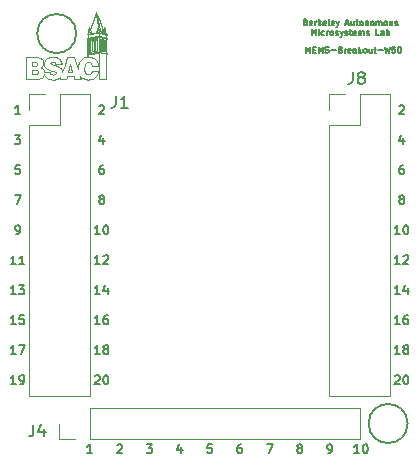
<source format=gbr>
%TF.GenerationSoftware,KiCad,Pcbnew,(6.0.7)*%
%TF.CreationDate,2022-11-10T23:08:22-08:00*%
%TF.ProjectId,memsbreakout_w50,6d656d73-6272-4656-916b-6f75745f7735,0*%
%TF.SameCoordinates,Original*%
%TF.FileFunction,Legend,Top*%
%TF.FilePolarity,Positive*%
%FSLAX46Y46*%
G04 Gerber Fmt 4.6, Leading zero omitted, Abs format (unit mm)*
G04 Created by KiCad (PCBNEW (6.0.7)) date 2022-11-10 23:08:22*
%MOMM*%
%LPD*%
G01*
G04 APERTURE LIST*
%ADD10C,0.150000*%
%ADD11C,0.100000*%
%ADD12C,0.127000*%
%ADD13C,0.120000*%
G04 APERTURE END LIST*
D10*
X169164000Y-117094000D02*
G75*
G03*
X169164000Y-117094000I-1651000J0D01*
G01*
X141097000Y-84074000D02*
G75*
G03*
X141097000Y-84074000I-1651000J0D01*
G01*
D11*
X143674814Y-84134039D02*
X143652922Y-84126580D01*
X142134866Y-83826236D02*
X142069909Y-84104012D01*
X142611113Y-87846167D02*
X142698537Y-87778916D01*
X137745134Y-87169879D02*
X137786957Y-87185329D01*
X142697692Y-86792377D02*
X142965121Y-86792377D01*
X143001735Y-85681025D02*
X143001735Y-86220420D01*
X142260768Y-87965788D02*
X142357250Y-87949616D01*
X142532082Y-82971437D02*
X142278102Y-83708427D01*
X142193536Y-84914818D02*
X142195021Y-85422163D01*
X138394170Y-86486149D02*
X138380617Y-86587715D01*
X137527079Y-87494727D02*
X137375532Y-87495762D01*
X139277343Y-86520305D02*
X139307735Y-86561887D01*
X142537300Y-84581952D02*
X142836164Y-84540172D01*
X143633049Y-87928689D02*
X143331025Y-87928689D01*
X141235725Y-87057428D02*
X141237645Y-87109793D01*
X142416259Y-86723544D02*
X142425578Y-86765871D01*
X143312895Y-85538049D02*
X143312895Y-85538025D01*
X142075716Y-85927566D02*
X142076316Y-85816481D01*
X141673998Y-86146748D02*
X141568849Y-86217959D01*
X141301201Y-86602733D02*
X141264570Y-86728072D01*
X139534948Y-86125297D02*
X139405185Y-86074142D01*
X143200896Y-85480285D02*
X143201718Y-85102634D01*
X139200083Y-87968067D02*
X139367389Y-87946145D01*
X143675532Y-84471467D02*
X143655230Y-84465151D01*
X142532368Y-87889824D02*
X142611113Y-87846167D01*
X142227304Y-83555941D02*
X142225415Y-83550566D01*
X142796579Y-82233207D02*
X142784733Y-82234437D01*
X138881828Y-87363407D02*
X138880521Y-87357068D01*
X143626366Y-84164670D02*
X143626366Y-84286879D01*
X138880521Y-87357068D02*
X138635444Y-87357068D01*
X142025104Y-84115572D02*
X142019778Y-84129291D01*
X142760124Y-86291104D02*
X142681869Y-86217020D01*
X139235562Y-86489853D02*
X139277343Y-86520305D01*
X143315186Y-83812119D02*
X143315186Y-83925059D01*
X138504601Y-87739081D02*
X138559382Y-87790774D01*
X142980179Y-86752972D02*
X142960256Y-86743479D01*
X138192192Y-87797068D02*
X138251037Y-87747801D01*
X138928456Y-86524643D02*
X138950168Y-86496824D01*
X142767187Y-84002580D02*
X142565400Y-84032152D01*
X143575633Y-84108508D02*
X143529063Y-84090840D01*
X138260656Y-87036445D02*
X138198442Y-86989131D01*
X141237645Y-87109793D02*
X141065533Y-86598728D01*
X143627964Y-85114077D02*
X143626159Y-85722667D01*
X142268587Y-84724859D02*
X142266517Y-85163943D01*
X142046388Y-86039830D02*
X142037169Y-86040390D01*
X142896590Y-87501781D02*
X142938383Y-87378342D01*
X137653948Y-86516981D02*
X137710718Y-86526262D01*
X139326391Y-86619509D02*
X139593506Y-86619509D01*
X142473912Y-85561747D02*
X142479570Y-85567405D01*
X142259171Y-84076011D02*
X142186741Y-84087598D01*
X138410344Y-86818290D02*
X138457754Y-86914231D01*
X142447765Y-87924301D02*
X142532368Y-87889824D01*
X142269432Y-85596066D02*
X142277903Y-85604564D01*
X142490364Y-86106812D02*
X142377469Y-86071081D01*
X143626366Y-84286879D02*
X143626361Y-84286878D01*
X142226268Y-85618042D02*
X142228426Y-85561481D01*
X139036204Y-86693876D02*
X138986391Y-86668112D01*
X143166703Y-84642524D02*
X143146228Y-84639072D01*
X141999668Y-84427514D02*
X141992263Y-84435683D01*
X138157101Y-86199607D02*
X138098279Y-86166161D01*
X138123447Y-87836506D02*
X138192192Y-87797068D01*
X142325307Y-86562335D02*
X142380178Y-86632391D01*
X143472982Y-85562804D02*
X143516175Y-85570504D01*
X143297264Y-84675421D02*
X143280044Y-84687546D01*
X142842981Y-87606272D02*
X142896590Y-87501781D01*
X142061408Y-84146529D02*
X142060813Y-84281856D01*
X141800688Y-86938737D02*
X141816369Y-86810063D01*
X142960256Y-86743479D02*
X142952354Y-86709366D01*
X137799713Y-86696128D02*
X137782551Y-86740716D01*
X142322109Y-87454339D02*
X142280747Y-87486808D01*
X142848460Y-85082631D02*
X142848460Y-84659169D01*
X139292020Y-87518555D02*
X139231851Y-87538726D01*
X137867561Y-87909070D02*
X137962525Y-87891940D01*
X138414653Y-87617144D02*
X138455805Y-87680455D01*
X137661465Y-86816268D02*
X137507613Y-86819993D01*
X142145755Y-84435633D02*
X142596071Y-84367649D01*
X143659936Y-87425643D02*
X143657436Y-86333293D01*
X137842951Y-87415660D02*
X137811329Y-87450494D01*
X143201718Y-85102634D02*
X143201103Y-84696048D01*
X143195779Y-84680345D02*
X143183612Y-84657449D01*
X138104537Y-86948163D02*
X138127823Y-86930876D01*
X139703672Y-87921774D02*
X139979582Y-87921774D01*
X142214070Y-83548912D02*
X142199891Y-83548662D01*
X143002518Y-84073999D02*
X143004043Y-84207326D01*
X138234460Y-86824025D02*
X138289864Y-86728822D01*
X143344231Y-84006904D02*
X143343096Y-83924504D01*
X143266520Y-84707572D02*
X143259887Y-84721402D01*
X142430263Y-86792377D02*
X142697692Y-86792377D01*
X143626361Y-84286878D02*
X143623481Y-84408836D01*
X143724475Y-84444813D02*
X143722539Y-84433705D01*
X143621180Y-84162435D02*
X143626366Y-84164670D01*
X138928604Y-86608668D02*
X138920942Y-86566515D01*
X139299789Y-87309298D02*
X139331071Y-87332682D01*
X137863968Y-87315820D02*
X137860781Y-87370128D01*
X139307735Y-86561887D02*
X139322317Y-86601646D01*
X137485591Y-87154252D02*
X137689008Y-87160378D01*
X143704782Y-84158771D02*
X143698732Y-84145120D01*
X139249167Y-86043905D02*
X139122806Y-86039596D01*
X143472979Y-85562805D02*
X143472982Y-85562804D01*
X143329812Y-84343723D02*
X143039024Y-84278860D01*
X143673159Y-85772928D02*
X143694266Y-85771633D01*
X143703162Y-85744089D02*
X143693321Y-85733998D01*
X143498422Y-84087747D02*
X143428698Y-84069257D01*
X142837094Y-83991901D02*
X142862556Y-83903739D01*
X142182634Y-87520081D02*
X142121405Y-87522406D01*
X143259887Y-84721402D02*
X143259886Y-85121521D01*
X138950168Y-86496824D02*
X138984350Y-86477315D01*
X143626159Y-85722667D02*
X143357835Y-85682474D01*
X139361373Y-87451962D02*
X139346721Y-87477698D01*
X143092781Y-83730293D02*
X143017488Y-83462924D01*
X139729545Y-86955235D02*
X139613697Y-86882585D01*
X143623460Y-84120781D02*
X143575633Y-84108508D01*
X143525811Y-85569355D02*
X143530405Y-85533858D01*
X142683479Y-84676221D02*
X142681844Y-85108847D01*
X141461127Y-87777445D02*
X141414705Y-87636488D01*
X141992263Y-84435683D02*
X141992531Y-84446901D01*
X143652922Y-84126580D02*
X143652222Y-84111727D01*
X142843537Y-82413724D02*
X143344402Y-83807204D01*
X143479007Y-84712280D02*
X143456788Y-84716160D01*
X138289864Y-86728822D02*
X138321986Y-86625263D01*
X143004043Y-84274487D02*
X142902051Y-84289875D01*
X139848976Y-87092163D02*
X139816413Y-87042796D01*
X138219325Y-86250367D02*
X138157101Y-86199607D01*
X142037169Y-86040390D02*
X141908989Y-86057649D01*
X142380178Y-86632391D02*
X142416259Y-86723544D01*
X142294130Y-85744708D02*
X142088609Y-85774946D01*
X142377469Y-86071081D02*
X142243307Y-86047302D01*
X142725727Y-84606233D02*
X142705492Y-84621754D01*
X143067171Y-85638644D02*
X143041569Y-85634794D01*
X139513670Y-87904914D02*
X139638453Y-87844553D01*
X140881986Y-87680911D02*
X140913784Y-87796156D01*
X143280044Y-84687546D02*
X143266520Y-84707572D01*
X142199801Y-85624610D02*
X142210344Y-85630528D01*
X142210344Y-85630528D02*
X142221761Y-85628920D01*
X143516175Y-85570504D02*
X143525811Y-85569355D01*
X143029792Y-86802769D02*
X143033697Y-85675654D01*
X142425163Y-84696904D02*
X142398706Y-84667486D01*
X142487264Y-85573062D02*
X142625518Y-85553366D01*
X142681869Y-86217020D02*
X142591889Y-86155524D01*
X142693953Y-85533898D02*
X142704405Y-85534723D01*
X143380894Y-84097771D02*
X143621180Y-84162435D01*
X138890211Y-87392253D02*
X138881828Y-87363407D01*
X139122806Y-86039596D02*
X138994701Y-86043882D01*
X142999463Y-83799270D02*
X143001123Y-83967887D01*
X142693950Y-85533897D02*
X142693953Y-85533898D01*
X143365708Y-85543654D02*
X143370628Y-85539619D01*
X143037463Y-84006465D02*
X143091629Y-84020902D01*
X142387921Y-84032812D02*
X142337009Y-83883884D01*
X140913784Y-87796156D02*
X140946886Y-87916587D01*
X142278102Y-83708427D02*
X142227304Y-83555941D01*
X142826477Y-86377577D02*
X142760124Y-86291104D01*
X143036754Y-84115004D02*
X143037463Y-84006465D01*
X142088998Y-84276559D02*
X142089908Y-84141722D01*
X142774668Y-85524563D02*
X142843815Y-85510738D01*
X143722539Y-84433705D02*
X143687499Y-84421217D01*
X142235554Y-84622740D02*
X142537300Y-84581952D01*
X142939888Y-83663929D02*
X142990282Y-83515263D01*
X142995396Y-85682305D02*
X143001735Y-85681025D01*
X142073259Y-87970122D02*
X142260768Y-87965788D01*
X139843522Y-86529114D02*
X139819837Y-86449700D01*
X143601120Y-84618895D02*
X143104891Y-84518749D01*
X143703932Y-85760569D02*
X143703162Y-85744089D01*
X142326028Y-84654222D02*
X142299073Y-84667056D01*
X141829223Y-87290831D02*
X141804212Y-87160007D01*
X143717869Y-84453136D02*
X143724475Y-84444813D01*
X137514358Y-86514132D02*
X137653948Y-86516981D01*
X142196421Y-84598544D02*
X142193536Y-84914818D01*
X139593506Y-86619509D02*
X139860622Y-86619509D01*
X143624793Y-84457424D02*
X143564132Y-84445791D01*
X142687023Y-85528476D02*
X142693950Y-85533897D01*
X138824627Y-87161297D02*
X139032732Y-87219910D01*
X139323816Y-87499626D02*
X139292020Y-87518555D01*
X143625948Y-84447028D02*
X143624793Y-84457424D01*
X143001735Y-84327410D02*
X142552855Y-84392766D01*
X142995028Y-84009088D02*
X143000993Y-84007833D01*
X142359414Y-84653186D02*
X142326028Y-84654222D01*
X143090784Y-84678479D02*
X143085859Y-84689133D01*
X138920942Y-86566515D02*
X138928456Y-86524643D01*
X143484552Y-83646591D02*
X143485742Y-83655578D01*
X138598782Y-87055075D02*
X138688149Y-87105803D01*
X139405185Y-86074142D02*
X139249167Y-86043905D01*
X143000002Y-86760788D02*
X142980179Y-86752972D01*
X141568849Y-86217959D02*
X141487834Y-86294429D01*
X138648439Y-87854074D02*
X138746870Y-87903666D01*
X143607218Y-85108280D02*
X143607118Y-84627473D01*
X142982941Y-83447194D02*
X142894666Y-83720789D01*
X143369998Y-85129346D02*
X143364757Y-84707878D01*
X142997700Y-84306747D02*
X143001735Y-84316605D01*
X142069909Y-84104012D02*
X142049688Y-84107612D01*
X139267830Y-86764702D02*
X139101877Y-86718214D01*
X139776603Y-86997153D02*
X139729545Y-86955235D01*
X140605274Y-87297142D02*
X140427836Y-87294262D01*
X137689008Y-87160378D02*
X137745134Y-87169879D01*
X143041495Y-84316956D02*
X143334793Y-84377641D01*
X141940385Y-86552421D02*
X141990061Y-86517340D01*
X142277902Y-85604565D02*
X142289381Y-85606240D01*
X137375488Y-86512907D02*
X137514358Y-86514132D01*
X143311151Y-84037726D02*
X143169601Y-83999234D01*
X136810806Y-87921772D02*
X137267792Y-87921772D01*
X142521305Y-84634795D02*
X142501791Y-84647200D01*
X136810806Y-86086902D02*
X136810806Y-87004337D01*
X143001735Y-86220420D02*
X143001732Y-86220408D01*
X143431366Y-85553190D02*
X143472979Y-85562805D01*
X143039859Y-85004499D02*
X143038954Y-84373424D01*
X142199891Y-83548662D02*
X142134866Y-83826236D01*
X143331487Y-87956348D02*
X143661186Y-87956348D01*
X143659820Y-84444625D02*
X143717869Y-84453136D01*
X138318691Y-87663434D02*
X138363115Y-87563360D01*
X143694266Y-85771633D02*
X143703932Y-85760569D01*
X142990282Y-83515263D02*
X142999463Y-83799270D01*
X142894666Y-83720789D02*
X142804937Y-83995839D01*
X141414705Y-87636488D02*
X141425320Y-87649156D01*
X143039024Y-84278860D02*
X143037534Y-84251201D01*
X137793810Y-86598968D02*
X137802053Y-86657672D01*
X138351034Y-87167732D02*
X138311968Y-87096402D01*
X140783715Y-87297142D02*
X140605274Y-87297142D01*
X143187797Y-85519827D02*
X143196687Y-85518168D01*
X141487834Y-86294429D02*
X141412408Y-86385838D01*
X140287586Y-87800757D02*
X140319681Y-87679741D01*
X142186741Y-84087598D02*
X142107636Y-84099447D01*
X140946886Y-87916587D02*
X140948191Y-87921773D01*
X143652222Y-84111727D02*
X143581037Y-83831772D01*
X142277903Y-85604564D02*
X142277902Y-85604565D01*
X142515407Y-84550590D02*
X142196421Y-84598544D01*
X142806224Y-84609959D02*
X142779997Y-84600446D01*
X143670774Y-84177614D02*
X143691366Y-84178449D01*
X143661185Y-84513856D02*
X143693861Y-84515406D01*
X138984350Y-86477315D02*
X139031923Y-86465772D01*
X142088609Y-85774946D02*
X142082460Y-85776176D01*
X141820977Y-87924248D02*
X141942120Y-87954172D01*
X143485742Y-83655578D02*
X143492756Y-83865112D01*
X143094948Y-84535440D02*
X143100325Y-84543373D01*
X142964796Y-87248746D02*
X142968616Y-87220511D01*
X143428698Y-84069257D02*
X143358975Y-84048313D01*
X143629530Y-86228810D02*
X143631985Y-87311550D01*
X143001123Y-83967887D02*
X142920336Y-83980160D01*
X142963605Y-86784310D02*
X142964616Y-86776243D01*
X143000993Y-84007833D02*
X143002518Y-84073999D01*
X141934657Y-87461483D02*
X141900964Y-87429534D01*
X142419915Y-87255268D02*
X142405026Y-87315450D01*
X138376691Y-87247445D02*
X138351034Y-87167732D01*
X138380617Y-86587715D02*
X138384612Y-86709395D01*
X139172153Y-86467848D02*
X139235562Y-86489853D01*
X142429188Y-86787191D02*
X142430263Y-86792377D01*
X138724414Y-86109757D02*
X138617785Y-86165920D01*
X143626416Y-84115790D02*
X143626415Y-84115791D01*
X143312895Y-85538025D02*
X143359314Y-85547454D01*
X142383655Y-87368909D02*
X142355962Y-87415315D01*
X142397923Y-84056437D02*
X142387921Y-84032812D01*
X142596071Y-84367649D02*
X142997700Y-84306747D01*
X143001789Y-87956348D02*
X143331487Y-87956348D01*
X142060340Y-84449358D02*
X142061371Y-84456079D01*
X139859082Y-86607409D02*
X139843522Y-86529114D01*
X143564132Y-84445791D02*
X143277172Y-84381496D01*
X139909552Y-87308334D02*
X139903151Y-87262577D01*
X142784733Y-82234437D02*
X142532082Y-82971437D01*
X142076316Y-85816481D02*
X142191561Y-85799721D01*
X142164440Y-86490366D02*
X142252957Y-86514588D01*
X143004043Y-84207326D02*
X143004043Y-84274487D01*
X139712126Y-86264870D02*
X139659719Y-86211447D01*
X138126670Y-86955730D02*
X138104537Y-86948163D01*
X143017488Y-83462924D02*
X142930241Y-82938594D01*
X143331025Y-87928689D02*
X143029002Y-87928689D01*
X138994701Y-86043882D02*
X138849784Y-86069189D01*
X143338133Y-84675221D02*
X143297264Y-84675421D01*
X139346721Y-87477698D02*
X139323816Y-87499626D01*
X143687499Y-84421217D02*
X143654503Y-84412611D01*
X143001736Y-84374631D02*
X143001736Y-85006866D01*
X143519660Y-84738361D02*
X143503595Y-84718427D01*
X137375488Y-86819993D02*
X137375488Y-86666450D01*
X142020586Y-84492647D02*
X142024861Y-84505217D01*
X143196687Y-85518168D02*
X143200896Y-85480285D01*
X142398706Y-84667486D02*
X142359414Y-84653186D01*
X142427961Y-87211867D02*
X142426956Y-87217053D01*
X142073235Y-87970120D02*
X142073259Y-87970122D01*
X143631985Y-87311550D02*
X143633049Y-87928689D01*
X142075116Y-86038651D02*
X142075716Y-85927566D01*
X143607118Y-84627473D02*
X143601120Y-84618895D01*
X138559382Y-87790774D02*
X138648439Y-87854074D01*
X142683599Y-85487541D02*
X142687023Y-85528476D01*
X142479017Y-84682426D02*
X142475255Y-84731951D01*
X142691306Y-84645200D02*
X142683479Y-84676221D01*
X138030642Y-86138728D02*
X137953572Y-86117101D01*
X140515038Y-86965882D02*
X140602991Y-86644349D01*
X143259886Y-85121521D02*
X143263916Y-85525246D01*
X138372684Y-87532322D02*
X138382801Y-87551394D01*
X143577675Y-85113996D02*
X143581280Y-85588229D01*
X142083425Y-85357119D02*
X142087330Y-84509094D01*
X141908989Y-86057649D02*
X141787655Y-86093206D01*
X143146228Y-84639072D02*
X143123620Y-84643574D01*
X143332475Y-85718834D02*
X143628140Y-85763208D01*
X142920336Y-83980160D02*
X142837094Y-83991901D01*
X139032732Y-87219910D02*
X139209244Y-87269222D01*
X138363115Y-87563360D02*
X138372684Y-87532322D01*
X143693321Y-85733998D02*
X143669636Y-85727451D01*
X138985559Y-87509253D02*
X138926532Y-87459271D01*
X143698732Y-84145120D02*
X143674814Y-84134039D01*
X142228426Y-85561481D02*
X142228054Y-85120675D01*
X142844631Y-84518219D02*
X142835780Y-84509852D01*
X142047385Y-84514039D02*
X142050645Y-85042334D01*
X143043801Y-84329190D02*
X143038614Y-84322405D01*
X140694230Y-86972728D02*
X140783715Y-87297142D01*
X143085859Y-84689133D02*
X143085259Y-85090475D01*
X138951003Y-86640012D02*
X138928604Y-86608668D01*
X142964616Y-86776243D02*
X142984464Y-86784816D01*
X143623481Y-84408836D02*
X143329812Y-84343723D01*
X138849784Y-86069189D02*
X138724414Y-86109757D01*
X143136662Y-85510842D02*
X143187797Y-85519827D01*
X139638453Y-87844553D02*
X139741263Y-87765239D01*
X139819837Y-86449700D02*
X139757087Y-86324482D01*
X138267054Y-86310202D02*
X138219325Y-86250367D01*
X143492756Y-83865112D02*
X143492756Y-83865112D01*
X142060813Y-84281856D02*
X142060218Y-84417184D01*
X137866452Y-86101069D02*
X137733400Y-86089878D01*
X142698946Y-87211867D02*
X142427961Y-87211867D01*
X143088814Y-85496948D02*
X143136666Y-85510841D01*
X142103748Y-86488757D02*
X142164440Y-86490366D01*
X137830753Y-87217373D02*
X137856395Y-87263360D01*
X143529476Y-84768652D02*
X143519660Y-84738361D01*
X143483944Y-83562050D02*
X143414204Y-83783665D01*
X143654515Y-84454132D02*
X143654681Y-84444752D01*
X142046617Y-84147909D02*
X142061408Y-84146529D01*
X143526036Y-84481643D02*
X143625801Y-84504566D01*
X142235002Y-87508469D02*
X142182634Y-87520081D01*
X140606840Y-86087113D02*
X140319742Y-86087079D01*
X142042086Y-85781886D02*
X142033268Y-85786806D01*
X142209860Y-83625929D02*
X142227179Y-83740667D01*
X142289381Y-85606240D02*
X142359410Y-85596218D01*
X142565401Y-84032151D02*
X142397923Y-84056437D01*
X138322061Y-86461921D02*
X138301047Y-86380319D01*
X139762403Y-87747754D02*
X139732196Y-87837069D01*
X139153739Y-87547511D02*
X139062794Y-87539550D01*
X142299073Y-84667056D02*
X142279581Y-84690874D01*
X143628140Y-85763208D02*
X143629530Y-86228810D01*
X143581280Y-85588229D02*
X143581267Y-85588228D01*
X137753440Y-86775906D02*
X137712903Y-86801243D01*
X141844724Y-86703216D02*
X141885985Y-86617550D01*
X142835780Y-84509852D02*
X142515407Y-84550590D01*
X137782551Y-86740716D02*
X137753440Y-86775906D01*
X139366200Y-87390173D02*
X139368413Y-87421606D01*
X139903151Y-87262577D02*
X139892346Y-87202056D01*
X143656383Y-85724881D02*
X143656382Y-85366057D01*
X137283887Y-86087712D02*
X136810806Y-86086902D01*
X142965121Y-86792377D02*
X142963605Y-86784310D01*
X143330436Y-83812119D02*
X143315186Y-83812119D01*
X142804937Y-83995839D02*
X142767187Y-84002580D01*
X141412408Y-86385838D02*
X141350866Y-86487580D01*
X142087330Y-84509094D02*
X142672135Y-84423022D01*
X137811329Y-87450494D02*
X137765308Y-87475094D01*
X142486693Y-84665702D02*
X142479017Y-84682426D01*
X143001736Y-85639101D02*
X142937775Y-85648863D01*
X139353480Y-87360086D02*
X139366200Y-87390173D01*
X142681844Y-85108847D02*
X142683599Y-85487541D01*
X143654681Y-84444752D02*
X143659820Y-84444625D01*
X142894451Y-82907644D02*
X142982941Y-83447194D01*
X143422379Y-84762890D02*
X143421769Y-85151266D01*
X139062794Y-87539550D02*
X138985559Y-87509253D01*
X142359410Y-85596218D02*
X142427981Y-85583282D01*
X143037534Y-84251201D02*
X143036754Y-84115004D01*
X142432421Y-84710523D02*
X142425163Y-84696904D01*
X142280747Y-87486808D02*
X142235002Y-87508469D01*
X137661465Y-86816270D02*
X137661465Y-86816268D01*
X142107636Y-84099447D02*
X142101028Y-84099791D01*
X142225415Y-83550566D02*
X142214070Y-83548912D01*
X143456788Y-84716160D02*
X143427524Y-84750187D01*
X142357250Y-87949616D02*
X142447765Y-87924301D01*
X142969931Y-87211867D02*
X142698946Y-87211867D01*
X143653312Y-84512101D02*
X143661185Y-84513856D01*
X143414204Y-83783665D02*
X143344231Y-84006904D01*
X142475255Y-84731951D02*
X142473912Y-85132263D01*
X142101028Y-84099791D02*
X142101153Y-84094216D01*
X142093653Y-84411396D02*
X142088998Y-84276559D01*
X142565400Y-84032152D02*
X142565401Y-84032151D01*
X142672135Y-84423022D02*
X142995397Y-84375796D01*
X143341420Y-84594961D02*
X143578540Y-84643035D01*
X142048395Y-85676164D02*
X142042086Y-85781886D01*
X143705961Y-84499576D02*
X143700179Y-84481717D01*
X140602991Y-86644349D02*
X140694230Y-86972728D01*
X143655230Y-84465151D02*
X143654515Y-84454132D01*
X142228054Y-85120675D02*
X142226529Y-84624155D01*
X141508194Y-87919763D02*
X141461127Y-87777445D01*
X140114978Y-86697299D02*
X139909552Y-87308334D01*
X141973513Y-87486730D02*
X141934657Y-87461483D01*
X137743177Y-86538706D02*
X137767628Y-86557349D01*
X142938383Y-87378342D02*
X142964796Y-87248746D01*
X139367389Y-87946145D02*
X139513670Y-87904914D01*
X139860622Y-86619509D02*
X139859082Y-86607409D01*
X143091629Y-84020902D02*
X143380894Y-84097771D01*
X143578540Y-84643035D02*
X143577675Y-85113996D01*
X142608028Y-84646124D02*
X142569322Y-84630105D01*
X142405026Y-87315450D02*
X142383655Y-87368909D01*
X142698537Y-87778916D02*
X142776548Y-87699948D01*
X137710718Y-86526262D02*
X137743177Y-86538706D01*
X143041569Y-85634794D02*
X143039859Y-85004499D01*
X143531846Y-85172073D02*
X143529476Y-84768652D01*
X139732196Y-87837069D02*
X139703672Y-87921774D01*
X143661186Y-87956348D02*
X143659936Y-87425643D01*
X142836164Y-84540172D02*
X142845146Y-84531095D01*
X138635444Y-87357068D02*
X138390368Y-87357068D01*
X143357835Y-85682474D02*
X143067171Y-85638644D01*
X143183612Y-84657449D02*
X143166703Y-84642524D01*
X142195021Y-85422163D02*
X142199796Y-85624612D01*
X142032559Y-84421204D02*
X141999668Y-84427514D01*
X142101153Y-84094216D02*
X142209860Y-83625929D01*
X142473912Y-85132263D02*
X142473912Y-85561747D01*
X143529063Y-84090840D02*
X143516044Y-83703330D01*
X138617785Y-86165920D02*
X138529093Y-86238013D01*
X142625518Y-85553366D02*
X142635314Y-85547650D01*
X139368413Y-87421606D02*
X139361373Y-87451962D01*
X140255492Y-87921774D02*
X140287586Y-87800757D01*
X137375488Y-86666450D02*
X137375488Y-86512907D01*
X142019778Y-84129291D02*
X142025854Y-84143319D01*
X139741263Y-87765239D02*
X139762403Y-87747754D01*
X143499097Y-84076106D02*
X143498422Y-84087747D01*
X138321986Y-86625263D02*
X138326575Y-86544705D01*
X142845146Y-84531095D02*
X142844631Y-84518219D01*
X143571605Y-83903687D02*
X143626416Y-84115790D01*
X139209244Y-87269222D02*
X139299789Y-87309298D01*
X142968616Y-87220511D02*
X142969931Y-87211867D01*
X142828123Y-84626314D02*
X142806224Y-84609959D01*
X138976218Y-87963537D02*
X139083037Y-87969567D01*
X137267792Y-87921772D02*
X137761617Y-87919442D01*
X142633134Y-84677218D02*
X142608028Y-84646124D01*
X143427524Y-84750187D02*
X143422379Y-84762890D01*
X142425578Y-86765871D02*
X142429188Y-86787191D01*
X143652138Y-84292585D02*
X143654043Y-84174009D01*
X143001735Y-84316605D02*
X143001735Y-84327410D01*
X142704405Y-85534723D02*
X142774668Y-85524563D01*
X138251037Y-87747801D02*
X138318691Y-87663434D01*
X141942120Y-87954172D02*
X142073235Y-87970120D01*
X143100002Y-83044168D02*
X142813928Y-82244643D01*
X141350866Y-86487580D02*
X141301201Y-86602733D01*
X143100325Y-84543373D02*
X143341420Y-84594961D01*
X142591889Y-86155524D02*
X142490364Y-86106812D01*
X142006174Y-84455455D02*
X142053880Y-84449376D01*
X142040189Y-84467815D02*
X142025131Y-84476589D01*
X141885985Y-86617550D02*
X141940385Y-86552421D01*
X142049867Y-86494651D02*
X142103748Y-86488757D01*
X137507613Y-86819993D02*
X137375488Y-86819993D01*
X142639863Y-85117268D02*
X142639862Y-84691438D01*
X143334793Y-84377641D02*
X143625211Y-84438263D01*
X143693861Y-84515406D02*
X143705961Y-84499576D01*
X142920336Y-83980160D02*
X142920336Y-83980160D01*
X142252957Y-86514588D02*
X142325307Y-86562335D01*
X142121405Y-87522406D02*
X142065684Y-87517692D01*
X143625211Y-84438263D02*
X143625946Y-84447028D01*
X138455805Y-87680455D02*
X138504601Y-87739081D01*
X138311968Y-87096402D02*
X138260656Y-87036445D01*
X142060218Y-84417184D02*
X142032559Y-84421204D01*
X140893938Y-86087148D02*
X140606840Y-86087113D01*
X138326575Y-86544705D02*
X138322061Y-86461921D01*
X139475698Y-86825255D02*
X139267830Y-86764702D01*
X138198442Y-86989131D02*
X138126670Y-86955730D01*
X142984464Y-86784816D02*
X143001789Y-86793388D01*
X137704285Y-87489924D02*
X137704285Y-87489921D01*
X141816369Y-86810063D02*
X141844724Y-86703216D01*
X139101877Y-86718214D02*
X139036204Y-86693876D01*
X142449181Y-84358328D02*
X142449184Y-84358331D01*
X143492756Y-83865112D02*
X143499097Y-84076106D01*
X142082460Y-85776176D02*
X142083425Y-85357119D01*
X143701324Y-84170684D02*
X143704782Y-84158771D01*
X143700179Y-84481717D02*
X143675532Y-84471467D01*
X137962525Y-87891940D02*
X138047492Y-87867828D01*
X142937775Y-85648863D02*
X142294130Y-85744709D01*
X140948191Y-87921773D02*
X141228193Y-87921773D01*
X143626415Y-84115791D02*
X143623460Y-84120781D01*
X142880751Y-86476243D02*
X142826477Y-86377577D01*
X137860781Y-87370128D02*
X137842951Y-87415660D01*
X143343096Y-83924504D02*
X143342896Y-83839798D01*
X142221761Y-85628920D02*
X142226268Y-85618042D01*
X143277172Y-84381496D02*
X143043801Y-84329190D01*
X143001736Y-85006866D02*
X143001736Y-85639101D01*
X143201103Y-84696048D02*
X143195779Y-84680345D01*
X142952354Y-86709366D02*
X142922769Y-86586905D01*
X143581267Y-85588228D02*
X143601874Y-85587193D01*
X143123620Y-84643574D02*
X143105225Y-84657526D01*
X143263916Y-85525246D02*
X143312895Y-85538049D01*
X142479570Y-85567405D02*
X142479569Y-85567405D01*
X142024861Y-84505217D02*
X142047385Y-84514039D01*
X138457754Y-86914231D02*
X138526783Y-86997053D01*
X140600833Y-87680326D02*
X140881986Y-87680911D01*
X143033697Y-85675654D02*
X143332475Y-85718834D01*
X138388874Y-87330908D02*
X138376691Y-87247445D01*
X143654043Y-84174009D02*
X143670774Y-84177614D01*
X143530405Y-85533858D02*
X143531846Y-85172073D01*
X138183880Y-86880649D02*
X138234460Y-86824025D01*
X143038614Y-84322405D02*
X143041495Y-84316956D01*
X143344402Y-83807204D02*
X143330436Y-83812119D01*
X142049688Y-84107612D02*
X142025104Y-84115572D01*
X142449184Y-84358331D02*
X142093653Y-84411396D01*
X140427836Y-87294262D02*
X140515038Y-86965882D01*
X143581037Y-83831772D02*
X143510000Y-83566000D01*
X143654503Y-84412611D02*
X143652138Y-84292585D01*
X141242130Y-86860373D02*
X141235725Y-87057428D01*
X142751702Y-84598988D02*
X142725727Y-84606233D01*
X137802053Y-86657672D02*
X137799713Y-86696128D01*
X142862556Y-83903739D02*
X142939888Y-83663929D01*
X142090005Y-84459113D02*
X142088994Y-84452031D01*
X142635314Y-85547650D02*
X142639863Y-85117268D01*
X138390368Y-87357068D02*
X138388874Y-87330908D01*
X139892346Y-87202056D02*
X139874287Y-87145250D01*
X142705492Y-84621754D02*
X142691306Y-84645200D01*
X141607795Y-87822217D02*
X141709602Y-87880284D01*
X139083037Y-87969567D02*
X139200083Y-87968067D01*
X142017695Y-87505539D02*
X141973513Y-87486730D01*
X142199796Y-85624612D02*
X142199801Y-85624610D01*
X142902051Y-84289875D02*
X142449181Y-84358328D01*
X142809249Y-82234031D02*
X142796579Y-82233207D01*
X139613697Y-86882585D02*
X139475698Y-86825255D01*
X142089908Y-84141722D02*
X142995028Y-84009088D01*
X142053880Y-84449376D02*
X142060340Y-84449358D01*
X143038954Y-84373424D02*
X143526036Y-84481643D01*
X143029002Y-87928689D02*
X143029792Y-86802769D01*
X143627971Y-85114081D02*
X143627964Y-85114077D01*
X137712903Y-86801243D02*
X137661465Y-86816270D01*
X143601874Y-85587193D02*
X143607218Y-85108280D01*
X142191561Y-85799721D02*
X142995396Y-85682305D01*
X137733400Y-86089878D02*
X137283887Y-86087712D01*
X137856395Y-87263360D02*
X137863968Y-87315820D01*
X137953572Y-86117101D02*
X137866452Y-86101069D01*
X138127823Y-86930876D02*
X138183880Y-86880649D01*
X141804212Y-87160007D02*
X141800688Y-86938737D01*
X137375532Y-87325001D02*
X137375532Y-87154240D01*
X138855766Y-87940003D02*
X138976218Y-87963537D01*
X137761617Y-87919442D02*
X137867561Y-87909070D01*
X142432421Y-85144893D02*
X142432421Y-84710523D01*
X139979582Y-87921774D02*
X140255492Y-87921774D01*
X142843815Y-85510738D02*
X142848460Y-85082631D01*
X142096485Y-84459260D02*
X142090005Y-84459113D01*
X141228193Y-87921773D02*
X141508194Y-87919763D01*
X143516044Y-83703330D02*
X143571605Y-83903687D01*
X143657436Y-86333293D02*
X143656186Y-85771643D01*
X138746870Y-87903666D02*
X138855766Y-87940003D01*
X142227179Y-83740667D02*
X142259171Y-84076011D01*
X141992531Y-84446901D02*
X142006174Y-84455455D01*
X143656186Y-85771643D02*
X143673159Y-85772928D01*
X142033268Y-85786806D02*
X142028316Y-85805269D01*
X141709602Y-87880284D02*
X141820977Y-87924248D01*
X142848460Y-84659169D02*
X142843437Y-84648297D01*
X142639862Y-84691438D02*
X142633134Y-84677218D01*
X142843437Y-84648297D02*
X142828123Y-84626314D01*
X139231851Y-87538726D02*
X139153739Y-87547511D01*
X142040751Y-85818932D02*
X142047588Y-85820297D01*
X139322317Y-86601646D02*
X139326391Y-86619509D01*
X142813928Y-82244643D02*
X142809249Y-82234031D01*
X141065533Y-86598728D02*
X140893938Y-86087148D01*
X139757087Y-86324482D02*
X139712126Y-86264870D01*
X137375532Y-87154240D02*
X137485591Y-87154252D01*
X143625946Y-84447028D02*
X143625948Y-84447028D01*
X138468362Y-86311405D02*
X138423403Y-86394081D01*
X138423403Y-86394081D02*
X138394170Y-86486149D01*
X143359314Y-85547454D02*
X143365708Y-85543654D01*
X142091014Y-84443662D02*
X142145755Y-84435633D01*
X143656382Y-85366057D02*
X143654847Y-84759667D01*
X141264570Y-86728072D02*
X141242130Y-86860373D01*
X142065684Y-87517692D02*
X142017695Y-87505539D01*
X142569322Y-84630105D02*
X142521305Y-84634795D01*
X142226529Y-84624155D02*
X142235554Y-84622740D01*
X143342896Y-83839798D02*
X143363640Y-83839798D01*
X142337009Y-83883884D02*
X142294113Y-83754349D01*
X138382801Y-87551394D02*
X138414653Y-87617144D01*
X143421769Y-85151266D02*
X143423789Y-85546009D01*
X140319681Y-87679741D02*
X140600833Y-87680326D01*
X143001789Y-86793388D02*
X143001789Y-87374868D01*
X142059011Y-84463824D02*
X142040189Y-84467815D01*
X139659719Y-86211447D02*
X139600462Y-86164745D01*
X141425320Y-87649156D02*
X141509519Y-87742783D01*
X142279581Y-84690874D02*
X142268587Y-84724859D01*
X143315186Y-83925057D02*
X143311151Y-84037726D01*
X143364757Y-84707878D02*
X143338133Y-84675221D01*
X140319742Y-86087079D02*
X140114978Y-86697299D01*
X138926532Y-87459271D02*
X138890211Y-87392253D01*
X139093810Y-86461852D02*
X139172153Y-86467848D01*
X143105225Y-84657526D02*
X143090784Y-84678479D01*
X142104525Y-86038651D02*
X142075116Y-86038651D01*
X142266517Y-85163943D02*
X142269432Y-85596066D01*
X138098279Y-86166161D02*
X138030642Y-86138728D01*
X142922769Y-86586905D02*
X142880751Y-86476243D01*
X142776548Y-87699948D02*
X142842981Y-87606272D01*
X143085259Y-85090475D02*
X143088814Y-85496948D01*
X138384612Y-86709395D02*
X138410344Y-86818290D01*
X143423789Y-85546009D02*
X143431366Y-85553190D01*
X143001732Y-86220408D02*
X143000002Y-86760788D01*
X142025854Y-84143319D02*
X142046617Y-84147909D01*
X142355962Y-87415315D02*
X142322109Y-87454339D01*
X143654847Y-84759667D02*
X143653312Y-84512101D01*
X142501791Y-84647200D02*
X142486693Y-84665702D01*
X142047588Y-85820297D02*
X142046988Y-85930064D01*
X142479569Y-85567405D02*
X142487264Y-85573062D01*
X142779997Y-84600446D02*
X142751702Y-84598988D01*
X143691366Y-84178449D02*
X143701324Y-84170684D01*
X138688149Y-87105803D02*
X138824627Y-87161297D01*
X139331071Y-87332682D02*
X139353480Y-87360086D01*
X142028316Y-85805269D02*
X142040751Y-85818932D01*
X138986391Y-86668112D02*
X138951003Y-86640012D01*
X141900964Y-87429534D02*
X141872269Y-87390619D01*
X143669636Y-85727451D02*
X143656383Y-85724881D01*
X142186741Y-84087598D02*
X142186741Y-84087598D01*
X139874287Y-87145250D02*
X139848976Y-87092163D01*
X138526783Y-86997053D02*
X138598782Y-87055075D01*
X137704285Y-87489921D02*
X137527079Y-87494727D01*
X139031923Y-86465772D02*
X139093810Y-86461852D01*
X137375532Y-87495762D02*
X137375532Y-87325001D01*
X143315186Y-83925059D02*
X143315186Y-83925057D01*
X143104891Y-84518749D02*
X143094948Y-84535440D01*
X142061371Y-84456079D02*
X142059011Y-84463824D01*
X143384384Y-83837793D02*
X143100002Y-83044168D01*
X143503595Y-84718427D02*
X143479007Y-84712280D01*
X143001789Y-87374868D02*
X143001789Y-87956348D01*
X138529093Y-86238013D02*
X138468362Y-86311405D01*
X143363640Y-83839798D02*
X143384384Y-83837793D01*
X142046988Y-85930064D02*
X142046388Y-86039830D01*
X142426956Y-87217053D02*
X142419915Y-87255268D01*
X142294130Y-85744709D02*
X142294130Y-85744708D01*
X142427981Y-85583282D02*
X142432421Y-85144893D01*
X138047492Y-87867828D02*
X138123447Y-87836506D01*
X143136666Y-85510841D02*
X143136662Y-85510842D01*
X142930241Y-82938594D02*
X142843537Y-82413724D01*
X137786957Y-87185329D02*
X137830753Y-87217373D01*
X142088994Y-84452031D02*
X142091014Y-84443662D01*
X141990061Y-86517340D02*
X142049867Y-86494651D01*
X141872269Y-87390619D02*
X141829223Y-87290831D01*
X142791096Y-82301289D02*
X142807363Y-82379939D01*
X142294113Y-83754349D02*
X142791096Y-82301289D01*
X142025131Y-84476589D02*
X142020586Y-84492647D01*
X143358975Y-84048313D02*
X143484552Y-83646591D01*
X142050645Y-85042334D02*
X142048395Y-85676164D01*
X142807363Y-82379939D02*
X142894451Y-82907644D01*
X137767628Y-86557349D02*
X137793810Y-86598968D01*
X143169601Y-83999234D02*
X143092781Y-83730293D01*
X141509519Y-87742783D02*
X141607795Y-87822217D01*
X142995397Y-84375796D02*
X143001736Y-84374631D01*
X142552855Y-84392766D02*
X142552855Y-84392766D01*
X139600462Y-86164745D02*
X139534948Y-86125297D01*
X138301047Y-86380319D02*
X138267054Y-86310202D01*
X136810806Y-87004337D02*
X136810806Y-87921772D01*
X139816413Y-87042796D02*
X139776603Y-86997153D01*
X143625801Y-84504566D02*
X143627971Y-85114081D01*
X143370628Y-85539619D02*
X143369998Y-85129346D01*
X142552855Y-84392766D02*
X142096485Y-84459260D01*
X142243307Y-86047302D02*
X142104525Y-86038651D01*
X143510000Y-83566000D02*
X143483944Y-83562050D01*
X137765308Y-87475094D02*
X137704285Y-87489924D01*
X141787655Y-86093206D02*
X141673998Y-86146748D01*
D10*
X136001142Y-113750285D02*
X135572571Y-113750285D01*
X135786857Y-113750285D02*
X135786857Y-113000285D01*
X135715428Y-113107428D01*
X135644000Y-113178857D01*
X135572571Y-113214571D01*
X136358285Y-113750285D02*
X136501142Y-113750285D01*
X136572571Y-113714571D01*
X136608285Y-113678857D01*
X136679714Y-113571714D01*
X136715428Y-113428857D01*
X136715428Y-113143142D01*
X136679714Y-113071714D01*
X136644000Y-113036000D01*
X136572571Y-113000285D01*
X136429714Y-113000285D01*
X136358285Y-113036000D01*
X136322571Y-113071714D01*
X136286857Y-113143142D01*
X136286857Y-113321714D01*
X136322571Y-113393142D01*
X136358285Y-113428857D01*
X136429714Y-113464571D01*
X136572571Y-113464571D01*
X136644000Y-113428857D01*
X136679714Y-113393142D01*
X136715428Y-113321714D01*
X136322571Y-95220285D02*
X135965428Y-95220285D01*
X135929714Y-95577428D01*
X135965428Y-95541714D01*
X136036857Y-95506000D01*
X136215428Y-95506000D01*
X136286857Y-95541714D01*
X136322571Y-95577428D01*
X136358285Y-95648857D01*
X136358285Y-95827428D01*
X136322571Y-95898857D01*
X136286857Y-95934571D01*
X136215428Y-95970285D01*
X136036857Y-95970285D01*
X135965428Y-95934571D01*
X135929714Y-95898857D01*
X136358285Y-90890285D02*
X135929714Y-90890285D01*
X136144000Y-90890285D02*
X136144000Y-90140285D01*
X136072571Y-90247428D01*
X136001142Y-90318857D01*
X135929714Y-90354571D01*
X143398857Y-92930285D02*
X143398857Y-93430285D01*
X143220285Y-92644571D02*
X143041714Y-93180285D01*
X143506000Y-93180285D01*
X168084571Y-113071714D02*
X168120285Y-113036000D01*
X168191714Y-113000285D01*
X168370285Y-113000285D01*
X168441714Y-113036000D01*
X168477428Y-113071714D01*
X168513142Y-113143142D01*
X168513142Y-113214571D01*
X168477428Y-113321714D01*
X168048857Y-113750285D01*
X168513142Y-113750285D01*
X168977428Y-113000285D02*
X169048857Y-113000285D01*
X169120285Y-113036000D01*
X169156000Y-113071714D01*
X169191714Y-113143142D01*
X169227428Y-113286000D01*
X169227428Y-113464571D01*
X169191714Y-113607428D01*
X169156000Y-113678857D01*
X169120285Y-113714571D01*
X169048857Y-113750285D01*
X168977428Y-113750285D01*
X168906000Y-113714571D01*
X168870285Y-113678857D01*
X168834571Y-113607428D01*
X168798857Y-113464571D01*
X168798857Y-113286000D01*
X168834571Y-113143142D01*
X168870285Y-113071714D01*
X168906000Y-113036000D01*
X168977428Y-113000285D01*
X168441714Y-90211714D02*
X168477428Y-90176000D01*
X168548857Y-90140285D01*
X168727428Y-90140285D01*
X168798857Y-90176000D01*
X168834571Y-90211714D01*
X168870285Y-90283142D01*
X168870285Y-90354571D01*
X168834571Y-90461714D01*
X168406000Y-90890285D01*
X168870285Y-90890285D01*
X168584571Y-98081714D02*
X168513142Y-98046000D01*
X168477428Y-98010285D01*
X168441714Y-97938857D01*
X168441714Y-97903142D01*
X168477428Y-97831714D01*
X168513142Y-97796000D01*
X168584571Y-97760285D01*
X168727428Y-97760285D01*
X168798857Y-97796000D01*
X168834571Y-97831714D01*
X168870285Y-97903142D01*
X168870285Y-97938857D01*
X168834571Y-98010285D01*
X168798857Y-98046000D01*
X168727428Y-98081714D01*
X168584571Y-98081714D01*
X168513142Y-98117428D01*
X168477428Y-98153142D01*
X168441714Y-98224571D01*
X168441714Y-98367428D01*
X168477428Y-98438857D01*
X168513142Y-98474571D01*
X168584571Y-98510285D01*
X168727428Y-98510285D01*
X168798857Y-98474571D01*
X168834571Y-98438857D01*
X168870285Y-98367428D01*
X168870285Y-98224571D01*
X168834571Y-98153142D01*
X168798857Y-98117428D01*
X168727428Y-98081714D01*
X168513142Y-106130285D02*
X168084571Y-106130285D01*
X168298857Y-106130285D02*
X168298857Y-105380285D01*
X168227428Y-105487428D01*
X168156000Y-105558857D01*
X168084571Y-105594571D01*
X169156000Y-105630285D02*
X169156000Y-106130285D01*
X168977428Y-105344571D02*
X168798857Y-105880285D01*
X169263142Y-105880285D01*
X136001142Y-101050285D02*
X136144000Y-101050285D01*
X136215428Y-101014571D01*
X136251142Y-100978857D01*
X136322571Y-100871714D01*
X136358285Y-100728857D01*
X136358285Y-100443142D01*
X136322571Y-100371714D01*
X136286857Y-100336000D01*
X136215428Y-100300285D01*
X136072571Y-100300285D01*
X136001142Y-100336000D01*
X135965428Y-100371714D01*
X135929714Y-100443142D01*
X135929714Y-100621714D01*
X135965428Y-100693142D01*
X136001142Y-100728857D01*
X136072571Y-100764571D01*
X136215428Y-100764571D01*
X136286857Y-100728857D01*
X136322571Y-100693142D01*
X136358285Y-100621714D01*
X143113142Y-103590285D02*
X142684571Y-103590285D01*
X142898857Y-103590285D02*
X142898857Y-102840285D01*
X142827428Y-102947428D01*
X142756000Y-103018857D01*
X142684571Y-103054571D01*
X143398857Y-102911714D02*
X143434571Y-102876000D01*
X143506000Y-102840285D01*
X143684571Y-102840285D01*
X143756000Y-102876000D01*
X143791714Y-102911714D01*
X143827428Y-102983142D01*
X143827428Y-103054571D01*
X143791714Y-103161714D01*
X143363142Y-103590285D01*
X143827428Y-103590285D01*
X168513142Y-111210285D02*
X168084571Y-111210285D01*
X168298857Y-111210285D02*
X168298857Y-110460285D01*
X168227428Y-110567428D01*
X168156000Y-110638857D01*
X168084571Y-110674571D01*
X168941714Y-110781714D02*
X168870285Y-110746000D01*
X168834571Y-110710285D01*
X168798857Y-110638857D01*
X168798857Y-110603142D01*
X168834571Y-110531714D01*
X168870285Y-110496000D01*
X168941714Y-110460285D01*
X169084571Y-110460285D01*
X169156000Y-110496000D01*
X169191714Y-110531714D01*
X169227428Y-110603142D01*
X169227428Y-110638857D01*
X169191714Y-110710285D01*
X169156000Y-110746000D01*
X169084571Y-110781714D01*
X168941714Y-110781714D01*
X168870285Y-110817428D01*
X168834571Y-110853142D01*
X168798857Y-110924571D01*
X168798857Y-111067428D01*
X168834571Y-111138857D01*
X168870285Y-111174571D01*
X168941714Y-111210285D01*
X169084571Y-111210285D01*
X169156000Y-111174571D01*
X169191714Y-111138857D01*
X169227428Y-111067428D01*
X169227428Y-110924571D01*
X169191714Y-110853142D01*
X169156000Y-110817428D01*
X169084571Y-110781714D01*
X135894000Y-97760285D02*
X136394000Y-97760285D01*
X136072571Y-98510285D01*
X162417142Y-119592285D02*
X162560000Y-119592285D01*
X162631428Y-119556571D01*
X162667142Y-119520857D01*
X162738571Y-119413714D01*
X162774285Y-119270857D01*
X162774285Y-118985142D01*
X162738571Y-118913714D01*
X162702857Y-118878000D01*
X162631428Y-118842285D01*
X162488571Y-118842285D01*
X162417142Y-118878000D01*
X162381428Y-118913714D01*
X162345714Y-118985142D01*
X162345714Y-119163714D01*
X162381428Y-119235142D01*
X162417142Y-119270857D01*
X162488571Y-119306571D01*
X162631428Y-119306571D01*
X162702857Y-119270857D01*
X162738571Y-119235142D01*
X162774285Y-119163714D01*
X157230000Y-118842285D02*
X157730000Y-118842285D01*
X157408571Y-119592285D01*
X136001142Y-111210285D02*
X135572571Y-111210285D01*
X135786857Y-111210285D02*
X135786857Y-110460285D01*
X135715428Y-110567428D01*
X135644000Y-110638857D01*
X135572571Y-110674571D01*
X136251142Y-110460285D02*
X136751142Y-110460285D01*
X136429714Y-111210285D01*
X143113142Y-101050285D02*
X142684571Y-101050285D01*
X142898857Y-101050285D02*
X142898857Y-100300285D01*
X142827428Y-100407428D01*
X142756000Y-100478857D01*
X142684571Y-100514571D01*
X143577428Y-100300285D02*
X143648857Y-100300285D01*
X143720285Y-100336000D01*
X143756000Y-100371714D01*
X143791714Y-100443142D01*
X143827428Y-100586000D01*
X143827428Y-100764571D01*
X143791714Y-100907428D01*
X143756000Y-100978857D01*
X143720285Y-101014571D01*
X143648857Y-101050285D01*
X143577428Y-101050285D01*
X143506000Y-101014571D01*
X143470285Y-100978857D01*
X143434571Y-100907428D01*
X143398857Y-100764571D01*
X143398857Y-100586000D01*
X143434571Y-100443142D01*
X143470285Y-100371714D01*
X143506000Y-100336000D01*
X143577428Y-100300285D01*
X165084142Y-119592285D02*
X164655571Y-119592285D01*
X164869857Y-119592285D02*
X164869857Y-118842285D01*
X164798428Y-118949428D01*
X164727000Y-119020857D01*
X164655571Y-119056571D01*
X165548428Y-118842285D02*
X165619857Y-118842285D01*
X165691285Y-118878000D01*
X165727000Y-118913714D01*
X165762714Y-118985142D01*
X165798428Y-119128000D01*
X165798428Y-119306571D01*
X165762714Y-119449428D01*
X165727000Y-119520857D01*
X165691285Y-119556571D01*
X165619857Y-119592285D01*
X165548428Y-119592285D01*
X165477000Y-119556571D01*
X165441285Y-119520857D01*
X165405571Y-119449428D01*
X165369857Y-119306571D01*
X165369857Y-119128000D01*
X165405571Y-118985142D01*
X165441285Y-118913714D01*
X165477000Y-118878000D01*
X165548428Y-118842285D01*
X168513142Y-108670285D02*
X168084571Y-108670285D01*
X168298857Y-108670285D02*
X168298857Y-107920285D01*
X168227428Y-108027428D01*
X168156000Y-108098857D01*
X168084571Y-108134571D01*
X169156000Y-107920285D02*
X169013142Y-107920285D01*
X168941714Y-107956000D01*
X168906000Y-107991714D01*
X168834571Y-108098857D01*
X168798857Y-108241714D01*
X168798857Y-108527428D01*
X168834571Y-108598857D01*
X168870285Y-108634571D01*
X168941714Y-108670285D01*
X169084571Y-108670285D01*
X169156000Y-108634571D01*
X169191714Y-108598857D01*
X169227428Y-108527428D01*
X169227428Y-108348857D01*
X169191714Y-108277428D01*
X169156000Y-108241714D01*
X169084571Y-108206000D01*
X168941714Y-108206000D01*
X168870285Y-108241714D01*
X168834571Y-108277428D01*
X168798857Y-108348857D01*
X155082857Y-118842285D02*
X154940000Y-118842285D01*
X154868571Y-118878000D01*
X154832857Y-118913714D01*
X154761428Y-119020857D01*
X154725714Y-119163714D01*
X154725714Y-119449428D01*
X154761428Y-119520857D01*
X154797142Y-119556571D01*
X154868571Y-119592285D01*
X155011428Y-119592285D01*
X155082857Y-119556571D01*
X155118571Y-119520857D01*
X155154285Y-119449428D01*
X155154285Y-119270857D01*
X155118571Y-119199428D01*
X155082857Y-119163714D01*
X155011428Y-119128000D01*
X154868571Y-119128000D01*
X154797142Y-119163714D01*
X154761428Y-119199428D01*
X154725714Y-119270857D01*
X142684571Y-113071714D02*
X142720285Y-113036000D01*
X142791714Y-113000285D01*
X142970285Y-113000285D01*
X143041714Y-113036000D01*
X143077428Y-113071714D01*
X143113142Y-113143142D01*
X143113142Y-113214571D01*
X143077428Y-113321714D01*
X142648857Y-113750285D01*
X143113142Y-113750285D01*
X143577428Y-113000285D02*
X143648857Y-113000285D01*
X143720285Y-113036000D01*
X143756000Y-113071714D01*
X143791714Y-113143142D01*
X143827428Y-113286000D01*
X143827428Y-113464571D01*
X143791714Y-113607428D01*
X143756000Y-113678857D01*
X143720285Y-113714571D01*
X143648857Y-113750285D01*
X143577428Y-113750285D01*
X143506000Y-113714571D01*
X143470285Y-113678857D01*
X143434571Y-113607428D01*
X143398857Y-113464571D01*
X143398857Y-113286000D01*
X143434571Y-113143142D01*
X143470285Y-113071714D01*
X143506000Y-113036000D01*
X143577428Y-113000285D01*
D12*
X160552190Y-83120774D02*
X160624761Y-83144964D01*
X160648952Y-83169155D01*
X160673142Y-83217536D01*
X160673142Y-83290107D01*
X160648952Y-83338488D01*
X160624761Y-83362679D01*
X160576380Y-83386869D01*
X160382857Y-83386869D01*
X160382857Y-82878869D01*
X160552190Y-82878869D01*
X160600571Y-82903060D01*
X160624761Y-82927250D01*
X160648952Y-82975631D01*
X160648952Y-83024012D01*
X160624761Y-83072393D01*
X160600571Y-83096583D01*
X160552190Y-83120774D01*
X160382857Y-83120774D01*
X161084380Y-83362679D02*
X161036000Y-83386869D01*
X160939238Y-83386869D01*
X160890857Y-83362679D01*
X160866666Y-83314298D01*
X160866666Y-83120774D01*
X160890857Y-83072393D01*
X160939238Y-83048202D01*
X161036000Y-83048202D01*
X161084380Y-83072393D01*
X161108571Y-83120774D01*
X161108571Y-83169155D01*
X160866666Y-83217536D01*
X161326285Y-83386869D02*
X161326285Y-83048202D01*
X161326285Y-83144964D02*
X161350476Y-83096583D01*
X161374666Y-83072393D01*
X161423047Y-83048202D01*
X161471428Y-83048202D01*
X161640761Y-83386869D02*
X161640761Y-82878869D01*
X161689142Y-83193345D02*
X161834285Y-83386869D01*
X161834285Y-83048202D02*
X161640761Y-83241726D01*
X162245523Y-83362679D02*
X162197142Y-83386869D01*
X162100380Y-83386869D01*
X162052000Y-83362679D01*
X162027809Y-83314298D01*
X162027809Y-83120774D01*
X162052000Y-83072393D01*
X162100380Y-83048202D01*
X162197142Y-83048202D01*
X162245523Y-83072393D01*
X162269714Y-83120774D01*
X162269714Y-83169155D01*
X162027809Y-83217536D01*
X162560000Y-83386869D02*
X162511619Y-83362679D01*
X162487428Y-83314298D01*
X162487428Y-82878869D01*
X162947047Y-83362679D02*
X162898666Y-83386869D01*
X162801904Y-83386869D01*
X162753523Y-83362679D01*
X162729333Y-83314298D01*
X162729333Y-83120774D01*
X162753523Y-83072393D01*
X162801904Y-83048202D01*
X162898666Y-83048202D01*
X162947047Y-83072393D01*
X162971238Y-83120774D01*
X162971238Y-83169155D01*
X162729333Y-83217536D01*
X163140571Y-83048202D02*
X163261523Y-83386869D01*
X163382476Y-83048202D02*
X163261523Y-83386869D01*
X163213142Y-83507821D01*
X163188952Y-83532012D01*
X163140571Y-83556202D01*
X163938857Y-83241726D02*
X164180761Y-83241726D01*
X163890476Y-83386869D02*
X164059809Y-82878869D01*
X164229142Y-83386869D01*
X164616190Y-83048202D02*
X164616190Y-83386869D01*
X164398476Y-83048202D02*
X164398476Y-83314298D01*
X164422666Y-83362679D01*
X164471047Y-83386869D01*
X164543619Y-83386869D01*
X164592000Y-83362679D01*
X164616190Y-83338488D01*
X164785523Y-83048202D02*
X164979047Y-83048202D01*
X164858095Y-82878869D02*
X164858095Y-83314298D01*
X164882285Y-83362679D01*
X164930666Y-83386869D01*
X164979047Y-83386869D01*
X165220952Y-83386869D02*
X165172571Y-83362679D01*
X165148380Y-83338488D01*
X165124190Y-83290107D01*
X165124190Y-83144964D01*
X165148380Y-83096583D01*
X165172571Y-83072393D01*
X165220952Y-83048202D01*
X165293523Y-83048202D01*
X165341904Y-83072393D01*
X165366095Y-83096583D01*
X165390285Y-83144964D01*
X165390285Y-83290107D01*
X165366095Y-83338488D01*
X165341904Y-83362679D01*
X165293523Y-83386869D01*
X165220952Y-83386869D01*
X165608000Y-83048202D02*
X165608000Y-83386869D01*
X165608000Y-83096583D02*
X165632190Y-83072393D01*
X165680571Y-83048202D01*
X165753142Y-83048202D01*
X165801523Y-83072393D01*
X165825714Y-83120774D01*
X165825714Y-83386869D01*
X166140190Y-83386869D02*
X166091809Y-83362679D01*
X166067619Y-83338488D01*
X166043428Y-83290107D01*
X166043428Y-83144964D01*
X166067619Y-83096583D01*
X166091809Y-83072393D01*
X166140190Y-83048202D01*
X166212761Y-83048202D01*
X166261142Y-83072393D01*
X166285333Y-83096583D01*
X166309523Y-83144964D01*
X166309523Y-83290107D01*
X166285333Y-83338488D01*
X166261142Y-83362679D01*
X166212761Y-83386869D01*
X166140190Y-83386869D01*
X166527238Y-83386869D02*
X166527238Y-83048202D01*
X166527238Y-83096583D02*
X166551428Y-83072393D01*
X166599809Y-83048202D01*
X166672380Y-83048202D01*
X166720761Y-83072393D01*
X166744952Y-83120774D01*
X166744952Y-83386869D01*
X166744952Y-83120774D02*
X166769142Y-83072393D01*
X166817523Y-83048202D01*
X166890095Y-83048202D01*
X166938476Y-83072393D01*
X166962666Y-83120774D01*
X166962666Y-83386869D01*
X167277142Y-83386869D02*
X167228761Y-83362679D01*
X167204571Y-83338488D01*
X167180380Y-83290107D01*
X167180380Y-83144964D01*
X167204571Y-83096583D01*
X167228761Y-83072393D01*
X167277142Y-83048202D01*
X167349714Y-83048202D01*
X167398095Y-83072393D01*
X167422285Y-83096583D01*
X167446476Y-83144964D01*
X167446476Y-83290107D01*
X167422285Y-83338488D01*
X167398095Y-83362679D01*
X167349714Y-83386869D01*
X167277142Y-83386869D01*
X167881904Y-83048202D02*
X167881904Y-83386869D01*
X167664190Y-83048202D02*
X167664190Y-83314298D01*
X167688380Y-83362679D01*
X167736761Y-83386869D01*
X167809333Y-83386869D01*
X167857714Y-83362679D01*
X167881904Y-83338488D01*
X168099619Y-83362679D02*
X168148000Y-83386869D01*
X168244761Y-83386869D01*
X168293142Y-83362679D01*
X168317333Y-83314298D01*
X168317333Y-83290107D01*
X168293142Y-83241726D01*
X168244761Y-83217536D01*
X168172190Y-83217536D01*
X168123809Y-83193345D01*
X168099619Y-83144964D01*
X168099619Y-83120774D01*
X168123809Y-83072393D01*
X168172190Y-83048202D01*
X168244761Y-83048202D01*
X168293142Y-83072393D01*
X161072285Y-84204749D02*
X161072285Y-83696749D01*
X161241619Y-84059606D01*
X161410952Y-83696749D01*
X161410952Y-84204749D01*
X161652857Y-84204749D02*
X161652857Y-83866082D01*
X161652857Y-83696749D02*
X161628666Y-83720940D01*
X161652857Y-83745130D01*
X161677047Y-83720940D01*
X161652857Y-83696749D01*
X161652857Y-83745130D01*
X162112476Y-84180559D02*
X162064095Y-84204749D01*
X161967333Y-84204749D01*
X161918952Y-84180559D01*
X161894761Y-84156368D01*
X161870571Y-84107987D01*
X161870571Y-83962844D01*
X161894761Y-83914463D01*
X161918952Y-83890273D01*
X161967333Y-83866082D01*
X162064095Y-83866082D01*
X162112476Y-83890273D01*
X162330190Y-84204749D02*
X162330190Y-83866082D01*
X162330190Y-83962844D02*
X162354380Y-83914463D01*
X162378571Y-83890273D01*
X162426952Y-83866082D01*
X162475333Y-83866082D01*
X162717238Y-84204749D02*
X162668857Y-84180559D01*
X162644666Y-84156368D01*
X162620476Y-84107987D01*
X162620476Y-83962844D01*
X162644666Y-83914463D01*
X162668857Y-83890273D01*
X162717238Y-83866082D01*
X162789809Y-83866082D01*
X162838190Y-83890273D01*
X162862380Y-83914463D01*
X162886571Y-83962844D01*
X162886571Y-84107987D01*
X162862380Y-84156368D01*
X162838190Y-84180559D01*
X162789809Y-84204749D01*
X162717238Y-84204749D01*
X163080095Y-84180559D02*
X163128476Y-84204749D01*
X163225238Y-84204749D01*
X163273619Y-84180559D01*
X163297809Y-84132178D01*
X163297809Y-84107987D01*
X163273619Y-84059606D01*
X163225238Y-84035416D01*
X163152666Y-84035416D01*
X163104285Y-84011225D01*
X163080095Y-83962844D01*
X163080095Y-83938654D01*
X163104285Y-83890273D01*
X163152666Y-83866082D01*
X163225238Y-83866082D01*
X163273619Y-83890273D01*
X163467142Y-83866082D02*
X163588095Y-84204749D01*
X163709047Y-83866082D02*
X163588095Y-84204749D01*
X163539714Y-84325701D01*
X163515523Y-84349892D01*
X163467142Y-84374082D01*
X163878380Y-84180559D02*
X163926761Y-84204749D01*
X164023523Y-84204749D01*
X164071904Y-84180559D01*
X164096095Y-84132178D01*
X164096095Y-84107987D01*
X164071904Y-84059606D01*
X164023523Y-84035416D01*
X163950952Y-84035416D01*
X163902571Y-84011225D01*
X163878380Y-83962844D01*
X163878380Y-83938654D01*
X163902571Y-83890273D01*
X163950952Y-83866082D01*
X164023523Y-83866082D01*
X164071904Y-83890273D01*
X164241238Y-83866082D02*
X164434761Y-83866082D01*
X164313809Y-83696749D02*
X164313809Y-84132178D01*
X164338000Y-84180559D01*
X164386380Y-84204749D01*
X164434761Y-84204749D01*
X164797619Y-84180559D02*
X164749238Y-84204749D01*
X164652476Y-84204749D01*
X164604095Y-84180559D01*
X164579904Y-84132178D01*
X164579904Y-83938654D01*
X164604095Y-83890273D01*
X164652476Y-83866082D01*
X164749238Y-83866082D01*
X164797619Y-83890273D01*
X164821809Y-83938654D01*
X164821809Y-83987035D01*
X164579904Y-84035416D01*
X165039523Y-84204749D02*
X165039523Y-83866082D01*
X165039523Y-83914463D02*
X165063714Y-83890273D01*
X165112095Y-83866082D01*
X165184666Y-83866082D01*
X165233047Y-83890273D01*
X165257238Y-83938654D01*
X165257238Y-84204749D01*
X165257238Y-83938654D02*
X165281428Y-83890273D01*
X165329809Y-83866082D01*
X165402380Y-83866082D01*
X165450761Y-83890273D01*
X165474952Y-83938654D01*
X165474952Y-84204749D01*
X165692666Y-84180559D02*
X165741047Y-84204749D01*
X165837809Y-84204749D01*
X165886190Y-84180559D01*
X165910380Y-84132178D01*
X165910380Y-84107987D01*
X165886190Y-84059606D01*
X165837809Y-84035416D01*
X165765238Y-84035416D01*
X165716857Y-84011225D01*
X165692666Y-83962844D01*
X165692666Y-83938654D01*
X165716857Y-83890273D01*
X165765238Y-83866082D01*
X165837809Y-83866082D01*
X165886190Y-83890273D01*
X166757047Y-84204749D02*
X166515142Y-84204749D01*
X166515142Y-83696749D01*
X167144095Y-84204749D02*
X167144095Y-83938654D01*
X167119904Y-83890273D01*
X167071523Y-83866082D01*
X166974761Y-83866082D01*
X166926380Y-83890273D01*
X167144095Y-84180559D02*
X167095714Y-84204749D01*
X166974761Y-84204749D01*
X166926380Y-84180559D01*
X166902190Y-84132178D01*
X166902190Y-84083797D01*
X166926380Y-84035416D01*
X166974761Y-84011225D01*
X167095714Y-84011225D01*
X167144095Y-83987035D01*
X167386000Y-84204749D02*
X167386000Y-83696749D01*
X167386000Y-83890273D02*
X167434380Y-83866082D01*
X167531142Y-83866082D01*
X167579523Y-83890273D01*
X167603714Y-83914463D01*
X167627904Y-83962844D01*
X167627904Y-84107987D01*
X167603714Y-84156368D01*
X167579523Y-84180559D01*
X167531142Y-84204749D01*
X167434380Y-84204749D01*
X167386000Y-84180559D01*
D10*
X143113142Y-108670285D02*
X142684571Y-108670285D01*
X142898857Y-108670285D02*
X142898857Y-107920285D01*
X142827428Y-108027428D01*
X142756000Y-108098857D01*
X142684571Y-108134571D01*
X143756000Y-107920285D02*
X143613142Y-107920285D01*
X143541714Y-107956000D01*
X143506000Y-107991714D01*
X143434571Y-108098857D01*
X143398857Y-108241714D01*
X143398857Y-108527428D01*
X143434571Y-108598857D01*
X143470285Y-108634571D01*
X143541714Y-108670285D01*
X143684571Y-108670285D01*
X143756000Y-108634571D01*
X143791714Y-108598857D01*
X143827428Y-108527428D01*
X143827428Y-108348857D01*
X143791714Y-108277428D01*
X143756000Y-108241714D01*
X143684571Y-108206000D01*
X143541714Y-108206000D01*
X143470285Y-108241714D01*
X143434571Y-108277428D01*
X143398857Y-108348857D01*
X144565714Y-118913714D02*
X144601428Y-118878000D01*
X144672857Y-118842285D01*
X144851428Y-118842285D01*
X144922857Y-118878000D01*
X144958571Y-118913714D01*
X144994285Y-118985142D01*
X144994285Y-119056571D01*
X144958571Y-119163714D01*
X144530000Y-119592285D01*
X144994285Y-119592285D01*
X152578571Y-118842285D02*
X152221428Y-118842285D01*
X152185714Y-119199428D01*
X152221428Y-119163714D01*
X152292857Y-119128000D01*
X152471428Y-119128000D01*
X152542857Y-119163714D01*
X152578571Y-119199428D01*
X152614285Y-119270857D01*
X152614285Y-119449428D01*
X152578571Y-119520857D01*
X152542857Y-119556571D01*
X152471428Y-119592285D01*
X152292857Y-119592285D01*
X152221428Y-119556571D01*
X152185714Y-119520857D01*
X135894000Y-92680285D02*
X136358285Y-92680285D01*
X136108285Y-92966000D01*
X136215428Y-92966000D01*
X136286857Y-93001714D01*
X136322571Y-93037428D01*
X136358285Y-93108857D01*
X136358285Y-93287428D01*
X136322571Y-93358857D01*
X136286857Y-93394571D01*
X136215428Y-93430285D01*
X136001142Y-93430285D01*
X135929714Y-93394571D01*
X135894000Y-93358857D01*
X150002857Y-119092285D02*
X150002857Y-119592285D01*
X149824285Y-118806571D02*
X149645714Y-119342285D01*
X150110000Y-119342285D01*
X143398857Y-95220285D02*
X143256000Y-95220285D01*
X143184571Y-95256000D01*
X143148857Y-95291714D01*
X143077428Y-95398857D01*
X143041714Y-95541714D01*
X143041714Y-95827428D01*
X143077428Y-95898857D01*
X143113142Y-95934571D01*
X143184571Y-95970285D01*
X143327428Y-95970285D01*
X143398857Y-95934571D01*
X143434571Y-95898857D01*
X143470285Y-95827428D01*
X143470285Y-95648857D01*
X143434571Y-95577428D01*
X143398857Y-95541714D01*
X143327428Y-95506000D01*
X143184571Y-95506000D01*
X143113142Y-95541714D01*
X143077428Y-95577428D01*
X143041714Y-95648857D01*
X143041714Y-90211714D02*
X143077428Y-90176000D01*
X143148857Y-90140285D01*
X143327428Y-90140285D01*
X143398857Y-90176000D01*
X143434571Y-90211714D01*
X143470285Y-90283142D01*
X143470285Y-90354571D01*
X143434571Y-90461714D01*
X143006000Y-90890285D01*
X143470285Y-90890285D01*
X136001142Y-103625285D02*
X135572571Y-103625285D01*
X135786857Y-103625285D02*
X135786857Y-102875285D01*
X135715428Y-102982428D01*
X135644000Y-103053857D01*
X135572571Y-103089571D01*
X136715428Y-103625285D02*
X136286857Y-103625285D01*
X136501142Y-103625285D02*
X136501142Y-102875285D01*
X136429714Y-102982428D01*
X136358285Y-103053857D01*
X136286857Y-103089571D01*
D12*
X160588476Y-85700809D02*
X160588476Y-85192809D01*
X160757809Y-85555666D01*
X160927142Y-85192809D01*
X160927142Y-85700809D01*
X161169047Y-85434714D02*
X161338380Y-85434714D01*
X161410952Y-85700809D02*
X161169047Y-85700809D01*
X161169047Y-85192809D01*
X161410952Y-85192809D01*
X161628666Y-85700809D02*
X161628666Y-85192809D01*
X161798000Y-85555666D01*
X161967333Y-85192809D01*
X161967333Y-85700809D01*
X162185047Y-85676619D02*
X162257619Y-85700809D01*
X162378571Y-85700809D01*
X162426952Y-85676619D01*
X162451142Y-85652428D01*
X162475333Y-85604047D01*
X162475333Y-85555666D01*
X162451142Y-85507285D01*
X162426952Y-85483095D01*
X162378571Y-85458904D01*
X162281809Y-85434714D01*
X162233428Y-85410523D01*
X162209238Y-85386333D01*
X162185047Y-85337952D01*
X162185047Y-85289571D01*
X162209238Y-85241190D01*
X162233428Y-85217000D01*
X162281809Y-85192809D01*
X162402761Y-85192809D01*
X162475333Y-85217000D01*
X162693047Y-85507285D02*
X163080095Y-85507285D01*
X163491333Y-85434714D02*
X163563904Y-85458904D01*
X163588095Y-85483095D01*
X163612285Y-85531476D01*
X163612285Y-85604047D01*
X163588095Y-85652428D01*
X163563904Y-85676619D01*
X163515523Y-85700809D01*
X163322000Y-85700809D01*
X163322000Y-85192809D01*
X163491333Y-85192809D01*
X163539714Y-85217000D01*
X163563904Y-85241190D01*
X163588095Y-85289571D01*
X163588095Y-85337952D01*
X163563904Y-85386333D01*
X163539714Y-85410523D01*
X163491333Y-85434714D01*
X163322000Y-85434714D01*
X163830000Y-85700809D02*
X163830000Y-85362142D01*
X163830000Y-85458904D02*
X163854190Y-85410523D01*
X163878380Y-85386333D01*
X163926761Y-85362142D01*
X163975142Y-85362142D01*
X164338000Y-85676619D02*
X164289619Y-85700809D01*
X164192857Y-85700809D01*
X164144476Y-85676619D01*
X164120285Y-85628238D01*
X164120285Y-85434714D01*
X164144476Y-85386333D01*
X164192857Y-85362142D01*
X164289619Y-85362142D01*
X164338000Y-85386333D01*
X164362190Y-85434714D01*
X164362190Y-85483095D01*
X164120285Y-85531476D01*
X164797619Y-85700809D02*
X164797619Y-85434714D01*
X164773428Y-85386333D01*
X164725047Y-85362142D01*
X164628285Y-85362142D01*
X164579904Y-85386333D01*
X164797619Y-85676619D02*
X164749238Y-85700809D01*
X164628285Y-85700809D01*
X164579904Y-85676619D01*
X164555714Y-85628238D01*
X164555714Y-85579857D01*
X164579904Y-85531476D01*
X164628285Y-85507285D01*
X164749238Y-85507285D01*
X164797619Y-85483095D01*
X165039523Y-85700809D02*
X165039523Y-85192809D01*
X165087904Y-85507285D02*
X165233047Y-85700809D01*
X165233047Y-85362142D02*
X165039523Y-85555666D01*
X165523333Y-85700809D02*
X165474952Y-85676619D01*
X165450761Y-85652428D01*
X165426571Y-85604047D01*
X165426571Y-85458904D01*
X165450761Y-85410523D01*
X165474952Y-85386333D01*
X165523333Y-85362142D01*
X165595904Y-85362142D01*
X165644285Y-85386333D01*
X165668476Y-85410523D01*
X165692666Y-85458904D01*
X165692666Y-85604047D01*
X165668476Y-85652428D01*
X165644285Y-85676619D01*
X165595904Y-85700809D01*
X165523333Y-85700809D01*
X166128095Y-85362142D02*
X166128095Y-85700809D01*
X165910380Y-85362142D02*
X165910380Y-85628238D01*
X165934571Y-85676619D01*
X165982952Y-85700809D01*
X166055523Y-85700809D01*
X166103904Y-85676619D01*
X166128095Y-85652428D01*
X166297428Y-85362142D02*
X166490952Y-85362142D01*
X166370000Y-85192809D02*
X166370000Y-85628238D01*
X166394190Y-85676619D01*
X166442571Y-85700809D01*
X166490952Y-85700809D01*
X166660285Y-85507285D02*
X167047333Y-85507285D01*
X167240857Y-85192809D02*
X167361809Y-85700809D01*
X167458571Y-85337952D01*
X167555333Y-85700809D01*
X167676285Y-85192809D01*
X168111714Y-85192809D02*
X167869809Y-85192809D01*
X167845619Y-85434714D01*
X167869809Y-85410523D01*
X167918190Y-85386333D01*
X168039142Y-85386333D01*
X168087523Y-85410523D01*
X168111714Y-85434714D01*
X168135904Y-85483095D01*
X168135904Y-85604047D01*
X168111714Y-85652428D01*
X168087523Y-85676619D01*
X168039142Y-85700809D01*
X167918190Y-85700809D01*
X167869809Y-85676619D01*
X167845619Y-85652428D01*
X168450380Y-85192809D02*
X168498761Y-85192809D01*
X168547142Y-85217000D01*
X168571333Y-85241190D01*
X168595523Y-85289571D01*
X168619714Y-85386333D01*
X168619714Y-85507285D01*
X168595523Y-85604047D01*
X168571333Y-85652428D01*
X168547142Y-85676619D01*
X168498761Y-85700809D01*
X168450380Y-85700809D01*
X168402000Y-85676619D01*
X168377809Y-85652428D01*
X168353619Y-85604047D01*
X168329428Y-85507285D01*
X168329428Y-85386333D01*
X168353619Y-85289571D01*
X168377809Y-85241190D01*
X168402000Y-85217000D01*
X168450380Y-85192809D01*
D10*
X168798857Y-95220285D02*
X168656000Y-95220285D01*
X168584571Y-95256000D01*
X168548857Y-95291714D01*
X168477428Y-95398857D01*
X168441714Y-95541714D01*
X168441714Y-95827428D01*
X168477428Y-95898857D01*
X168513142Y-95934571D01*
X168584571Y-95970285D01*
X168727428Y-95970285D01*
X168798857Y-95934571D01*
X168834571Y-95898857D01*
X168870285Y-95827428D01*
X168870285Y-95648857D01*
X168834571Y-95577428D01*
X168798857Y-95541714D01*
X168727428Y-95506000D01*
X168584571Y-95506000D01*
X168513142Y-95541714D01*
X168477428Y-95577428D01*
X168441714Y-95648857D01*
X168513142Y-101050285D02*
X168084571Y-101050285D01*
X168298857Y-101050285D02*
X168298857Y-100300285D01*
X168227428Y-100407428D01*
X168156000Y-100478857D01*
X168084571Y-100514571D01*
X168977428Y-100300285D02*
X169048857Y-100300285D01*
X169120285Y-100336000D01*
X169156000Y-100371714D01*
X169191714Y-100443142D01*
X169227428Y-100586000D01*
X169227428Y-100764571D01*
X169191714Y-100907428D01*
X169156000Y-100978857D01*
X169120285Y-101014571D01*
X169048857Y-101050285D01*
X168977428Y-101050285D01*
X168906000Y-101014571D01*
X168870285Y-100978857D01*
X168834571Y-100907428D01*
X168798857Y-100764571D01*
X168798857Y-100586000D01*
X168834571Y-100443142D01*
X168870285Y-100371714D01*
X168906000Y-100336000D01*
X168977428Y-100300285D01*
X143113142Y-106130285D02*
X142684571Y-106130285D01*
X142898857Y-106130285D02*
X142898857Y-105380285D01*
X142827428Y-105487428D01*
X142756000Y-105558857D01*
X142684571Y-105594571D01*
X143756000Y-105630285D02*
X143756000Y-106130285D01*
X143577428Y-105344571D02*
X143398857Y-105880285D01*
X143863142Y-105880285D01*
X159948571Y-119163714D02*
X159877142Y-119128000D01*
X159841428Y-119092285D01*
X159805714Y-119020857D01*
X159805714Y-118985142D01*
X159841428Y-118913714D01*
X159877142Y-118878000D01*
X159948571Y-118842285D01*
X160091428Y-118842285D01*
X160162857Y-118878000D01*
X160198571Y-118913714D01*
X160234285Y-118985142D01*
X160234285Y-119020857D01*
X160198571Y-119092285D01*
X160162857Y-119128000D01*
X160091428Y-119163714D01*
X159948571Y-119163714D01*
X159877142Y-119199428D01*
X159841428Y-119235142D01*
X159805714Y-119306571D01*
X159805714Y-119449428D01*
X159841428Y-119520857D01*
X159877142Y-119556571D01*
X159948571Y-119592285D01*
X160091428Y-119592285D01*
X160162857Y-119556571D01*
X160198571Y-119520857D01*
X160234285Y-119449428D01*
X160234285Y-119306571D01*
X160198571Y-119235142D01*
X160162857Y-119199428D01*
X160091428Y-119163714D01*
X143184571Y-98081714D02*
X143113142Y-98046000D01*
X143077428Y-98010285D01*
X143041714Y-97938857D01*
X143041714Y-97903142D01*
X143077428Y-97831714D01*
X143113142Y-97796000D01*
X143184571Y-97760285D01*
X143327428Y-97760285D01*
X143398857Y-97796000D01*
X143434571Y-97831714D01*
X143470285Y-97903142D01*
X143470285Y-97938857D01*
X143434571Y-98010285D01*
X143398857Y-98046000D01*
X143327428Y-98081714D01*
X143184571Y-98081714D01*
X143113142Y-98117428D01*
X143077428Y-98153142D01*
X143041714Y-98224571D01*
X143041714Y-98367428D01*
X143077428Y-98438857D01*
X143113142Y-98474571D01*
X143184571Y-98510285D01*
X143327428Y-98510285D01*
X143398857Y-98474571D01*
X143434571Y-98438857D01*
X143470285Y-98367428D01*
X143470285Y-98224571D01*
X143434571Y-98153142D01*
X143398857Y-98117428D01*
X143327428Y-98081714D01*
X142454285Y-119592285D02*
X142025714Y-119592285D01*
X142240000Y-119592285D02*
X142240000Y-118842285D01*
X142168571Y-118949428D01*
X142097142Y-119020857D01*
X142025714Y-119056571D01*
X147070000Y-118842285D02*
X147534285Y-118842285D01*
X147284285Y-119128000D01*
X147391428Y-119128000D01*
X147462857Y-119163714D01*
X147498571Y-119199428D01*
X147534285Y-119270857D01*
X147534285Y-119449428D01*
X147498571Y-119520857D01*
X147462857Y-119556571D01*
X147391428Y-119592285D01*
X147177142Y-119592285D01*
X147105714Y-119556571D01*
X147070000Y-119520857D01*
X136001142Y-108670285D02*
X135572571Y-108670285D01*
X135786857Y-108670285D02*
X135786857Y-107920285D01*
X135715428Y-108027428D01*
X135644000Y-108098857D01*
X135572571Y-108134571D01*
X136679714Y-107920285D02*
X136322571Y-107920285D01*
X136286857Y-108277428D01*
X136322571Y-108241714D01*
X136394000Y-108206000D01*
X136572571Y-108206000D01*
X136644000Y-108241714D01*
X136679714Y-108277428D01*
X136715428Y-108348857D01*
X136715428Y-108527428D01*
X136679714Y-108598857D01*
X136644000Y-108634571D01*
X136572571Y-108670285D01*
X136394000Y-108670285D01*
X136322571Y-108634571D01*
X136286857Y-108598857D01*
X136001142Y-106130285D02*
X135572571Y-106130285D01*
X135786857Y-106130285D02*
X135786857Y-105380285D01*
X135715428Y-105487428D01*
X135644000Y-105558857D01*
X135572571Y-105594571D01*
X136251142Y-105380285D02*
X136715428Y-105380285D01*
X136465428Y-105666000D01*
X136572571Y-105666000D01*
X136644000Y-105701714D01*
X136679714Y-105737428D01*
X136715428Y-105808857D01*
X136715428Y-105987428D01*
X136679714Y-106058857D01*
X136644000Y-106094571D01*
X136572571Y-106130285D01*
X136358285Y-106130285D01*
X136286857Y-106094571D01*
X136251142Y-106058857D01*
X168513142Y-103590285D02*
X168084571Y-103590285D01*
X168298857Y-103590285D02*
X168298857Y-102840285D01*
X168227428Y-102947428D01*
X168156000Y-103018857D01*
X168084571Y-103054571D01*
X168798857Y-102911714D02*
X168834571Y-102876000D01*
X168906000Y-102840285D01*
X169084571Y-102840285D01*
X169156000Y-102876000D01*
X169191714Y-102911714D01*
X169227428Y-102983142D01*
X169227428Y-103054571D01*
X169191714Y-103161714D01*
X168763142Y-103590285D01*
X169227428Y-103590285D01*
X168798857Y-92930285D02*
X168798857Y-93430285D01*
X168620285Y-92644571D02*
X168441714Y-93180285D01*
X168906000Y-93180285D01*
X143113142Y-111210285D02*
X142684571Y-111210285D01*
X142898857Y-111210285D02*
X142898857Y-110460285D01*
X142827428Y-110567428D01*
X142756000Y-110638857D01*
X142684571Y-110674571D01*
X143541714Y-110781714D02*
X143470285Y-110746000D01*
X143434571Y-110710285D01*
X143398857Y-110638857D01*
X143398857Y-110603142D01*
X143434571Y-110531714D01*
X143470285Y-110496000D01*
X143541714Y-110460285D01*
X143684571Y-110460285D01*
X143756000Y-110496000D01*
X143791714Y-110531714D01*
X143827428Y-110603142D01*
X143827428Y-110638857D01*
X143791714Y-110710285D01*
X143756000Y-110746000D01*
X143684571Y-110781714D01*
X143541714Y-110781714D01*
X143470285Y-110817428D01*
X143434571Y-110853142D01*
X143398857Y-110924571D01*
X143398857Y-111067428D01*
X143434571Y-111138857D01*
X143470285Y-111174571D01*
X143541714Y-111210285D01*
X143684571Y-111210285D01*
X143756000Y-111174571D01*
X143791714Y-111138857D01*
X143827428Y-111067428D01*
X143827428Y-110924571D01*
X143791714Y-110853142D01*
X143756000Y-110817428D01*
X143684571Y-110781714D01*
%TO.C,J8*%
X164512666Y-87336380D02*
X164512666Y-88050666D01*
X164465047Y-88193523D01*
X164369809Y-88288761D01*
X164226952Y-88336380D01*
X164131714Y-88336380D01*
X165131714Y-87764952D02*
X165036476Y-87717333D01*
X164988857Y-87669714D01*
X164941238Y-87574476D01*
X164941238Y-87526857D01*
X164988857Y-87431619D01*
X165036476Y-87384000D01*
X165131714Y-87336380D01*
X165322190Y-87336380D01*
X165417428Y-87384000D01*
X165465047Y-87431619D01*
X165512666Y-87526857D01*
X165512666Y-87574476D01*
X165465047Y-87669714D01*
X165417428Y-87717333D01*
X165322190Y-87764952D01*
X165131714Y-87764952D01*
X165036476Y-87812571D01*
X164988857Y-87860190D01*
X164941238Y-87955428D01*
X164941238Y-88145904D01*
X164988857Y-88241142D01*
X165036476Y-88288761D01*
X165131714Y-88336380D01*
X165322190Y-88336380D01*
X165417428Y-88288761D01*
X165465047Y-88241142D01*
X165512666Y-88145904D01*
X165512666Y-87955428D01*
X165465047Y-87860190D01*
X165417428Y-87812571D01*
X165322190Y-87764952D01*
%TO.C,J4*%
X137461666Y-117181380D02*
X137461666Y-117895666D01*
X137414047Y-118038523D01*
X137318809Y-118133761D01*
X137175952Y-118181380D01*
X137080714Y-118181380D01*
X138366428Y-117514714D02*
X138366428Y-118181380D01*
X138128333Y-117133761D02*
X137890238Y-117848047D01*
X138509285Y-117848047D01*
%TO.C,J1*%
X144446666Y-89368380D02*
X144446666Y-90082666D01*
X144399047Y-90225523D01*
X144303809Y-90320761D01*
X144160952Y-90368380D01*
X144065714Y-90368380D01*
X145446666Y-90368380D02*
X144875238Y-90368380D01*
X145160952Y-90368380D02*
X145160952Y-89368380D01*
X145065714Y-89511238D01*
X144970476Y-89606476D01*
X144875238Y-89654095D01*
D13*
%TO.C,J8*%
X167700000Y-89226000D02*
X167700000Y-114746000D01*
X162500000Y-91826000D02*
X165100000Y-91826000D01*
X165100000Y-91826000D02*
X165100000Y-89226000D01*
X165100000Y-89226000D02*
X167700000Y-89226000D01*
X162500000Y-90556000D02*
X162500000Y-89226000D01*
X162500000Y-91826000D02*
X162500000Y-114746000D01*
X162500000Y-114746000D02*
X167700000Y-114746000D01*
X162500000Y-89226000D02*
X163830000Y-89226000D01*
%TO.C,J4*%
X139645000Y-118424000D02*
X139645000Y-117094000D01*
X142245000Y-118424000D02*
X142245000Y-115764000D01*
X165165000Y-118424000D02*
X165165000Y-115764000D01*
X142245000Y-115764000D02*
X165165000Y-115764000D01*
X140975000Y-118424000D02*
X139645000Y-118424000D01*
X142245000Y-118424000D02*
X165165000Y-118424000D01*
%TO.C,J1*%
X137095000Y-89226000D02*
X138425000Y-89226000D01*
X142295000Y-89226000D02*
X142295000Y-114746000D01*
X137095000Y-90556000D02*
X137095000Y-89226000D01*
X139695000Y-89226000D02*
X142295000Y-89226000D01*
X137095000Y-91826000D02*
X137095000Y-114746000D01*
X137095000Y-114746000D02*
X142295000Y-114746000D01*
X137095000Y-91826000D02*
X139695000Y-91826000D01*
X139695000Y-91826000D02*
X139695000Y-89226000D01*
%TD*%
M02*

</source>
